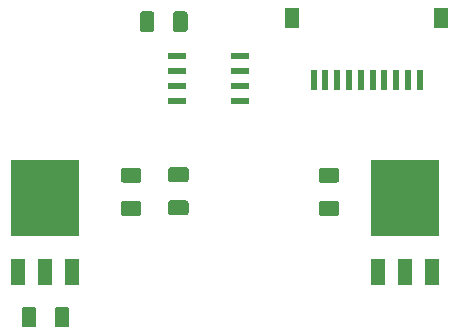
<source format=gbr>
G04 #@! TF.GenerationSoftware,KiCad,Pcbnew,(5.0.2)-1*
G04 #@! TF.CreationDate,2019-01-12T16:11:02-05:00*
G04 #@! TF.ProjectId,megadesk,6d656761-6465-4736-9b2e-6b696361645f,rev?*
G04 #@! TF.SameCoordinates,Original*
G04 #@! TF.FileFunction,Paste,Top*
G04 #@! TF.FilePolarity,Positive*
%FSLAX46Y46*%
G04 Gerber Fmt 4.6, Leading zero omitted, Abs format (unit mm)*
G04 Created by KiCad (PCBNEW (5.0.2)-1) date 2019-01-12 4:11:02 PM*
%MOMM*%
%LPD*%
G01*
G04 APERTURE LIST*
%ADD10R,0.600000X1.700000*%
%ADD11R,1.200000X1.800000*%
%ADD12R,1.200000X2.200000*%
%ADD13R,5.800000X6.400000*%
%ADD14R,1.550000X0.600000*%
%ADD15C,0.100000*%
%ADD16C,1.250000*%
G04 APERTURE END LIST*
D10*
G04 #@! TO.C,J2*
X135400000Y-111550000D03*
X134400000Y-111550000D03*
X133400000Y-111550000D03*
X132400000Y-111550000D03*
X131400000Y-111550000D03*
X130400000Y-111550000D03*
X129400000Y-111550000D03*
X128400000Y-111550000D03*
X127400000Y-111550000D03*
X126400000Y-111550000D03*
D11*
X137200000Y-106300000D03*
X124600000Y-106300000D03*
G04 #@! TD*
D12*
G04 #@! TO.C,U2*
X131895000Y-127825000D03*
X134175000Y-127825000D03*
X136455000Y-127825000D03*
D13*
X134175000Y-121525000D03*
G04 #@! TD*
D12*
G04 #@! TO.C,U1*
X101395000Y-127825000D03*
X103675000Y-127825000D03*
X105955000Y-127825000D03*
D13*
X103675000Y-121525000D03*
G04 #@! TD*
D14*
G04 #@! TO.C,U4*
X120200000Y-113305000D03*
X120200000Y-112035000D03*
X120200000Y-110765000D03*
X120200000Y-109495000D03*
X114800000Y-109495000D03*
X114800000Y-110765000D03*
X114800000Y-112035000D03*
X114800000Y-113305000D03*
G04 #@! TD*
D15*
G04 #@! TO.C,C2*
G36*
X111599504Y-118976204D02*
X111623773Y-118979804D01*
X111647571Y-118985765D01*
X111670671Y-118994030D01*
X111692849Y-119004520D01*
X111713893Y-119017133D01*
X111733598Y-119031747D01*
X111751777Y-119048223D01*
X111768253Y-119066402D01*
X111782867Y-119086107D01*
X111795480Y-119107151D01*
X111805970Y-119129329D01*
X111814235Y-119152429D01*
X111820196Y-119176227D01*
X111823796Y-119200496D01*
X111825000Y-119225000D01*
X111825000Y-119975000D01*
X111823796Y-119999504D01*
X111820196Y-120023773D01*
X111814235Y-120047571D01*
X111805970Y-120070671D01*
X111795480Y-120092849D01*
X111782867Y-120113893D01*
X111768253Y-120133598D01*
X111751777Y-120151777D01*
X111733598Y-120168253D01*
X111713893Y-120182867D01*
X111692849Y-120195480D01*
X111670671Y-120205970D01*
X111647571Y-120214235D01*
X111623773Y-120220196D01*
X111599504Y-120223796D01*
X111575000Y-120225000D01*
X110325000Y-120225000D01*
X110300496Y-120223796D01*
X110276227Y-120220196D01*
X110252429Y-120214235D01*
X110229329Y-120205970D01*
X110207151Y-120195480D01*
X110186107Y-120182867D01*
X110166402Y-120168253D01*
X110148223Y-120151777D01*
X110131747Y-120133598D01*
X110117133Y-120113893D01*
X110104520Y-120092849D01*
X110094030Y-120070671D01*
X110085765Y-120047571D01*
X110079804Y-120023773D01*
X110076204Y-119999504D01*
X110075000Y-119975000D01*
X110075000Y-119225000D01*
X110076204Y-119200496D01*
X110079804Y-119176227D01*
X110085765Y-119152429D01*
X110094030Y-119129329D01*
X110104520Y-119107151D01*
X110117133Y-119086107D01*
X110131747Y-119066402D01*
X110148223Y-119048223D01*
X110166402Y-119031747D01*
X110186107Y-119017133D01*
X110207151Y-119004520D01*
X110229329Y-118994030D01*
X110252429Y-118985765D01*
X110276227Y-118979804D01*
X110300496Y-118976204D01*
X110325000Y-118975000D01*
X111575000Y-118975000D01*
X111599504Y-118976204D01*
X111599504Y-118976204D01*
G37*
D16*
X110950000Y-119600000D03*
D15*
G36*
X111599504Y-121776204D02*
X111623773Y-121779804D01*
X111647571Y-121785765D01*
X111670671Y-121794030D01*
X111692849Y-121804520D01*
X111713893Y-121817133D01*
X111733598Y-121831747D01*
X111751777Y-121848223D01*
X111768253Y-121866402D01*
X111782867Y-121886107D01*
X111795480Y-121907151D01*
X111805970Y-121929329D01*
X111814235Y-121952429D01*
X111820196Y-121976227D01*
X111823796Y-122000496D01*
X111825000Y-122025000D01*
X111825000Y-122775000D01*
X111823796Y-122799504D01*
X111820196Y-122823773D01*
X111814235Y-122847571D01*
X111805970Y-122870671D01*
X111795480Y-122892849D01*
X111782867Y-122913893D01*
X111768253Y-122933598D01*
X111751777Y-122951777D01*
X111733598Y-122968253D01*
X111713893Y-122982867D01*
X111692849Y-122995480D01*
X111670671Y-123005970D01*
X111647571Y-123014235D01*
X111623773Y-123020196D01*
X111599504Y-123023796D01*
X111575000Y-123025000D01*
X110325000Y-123025000D01*
X110300496Y-123023796D01*
X110276227Y-123020196D01*
X110252429Y-123014235D01*
X110229329Y-123005970D01*
X110207151Y-122995480D01*
X110186107Y-122982867D01*
X110166402Y-122968253D01*
X110148223Y-122951777D01*
X110131747Y-122933598D01*
X110117133Y-122913893D01*
X110104520Y-122892849D01*
X110094030Y-122870671D01*
X110085765Y-122847571D01*
X110079804Y-122823773D01*
X110076204Y-122799504D01*
X110075000Y-122775000D01*
X110075000Y-122025000D01*
X110076204Y-122000496D01*
X110079804Y-121976227D01*
X110085765Y-121952429D01*
X110094030Y-121929329D01*
X110104520Y-121907151D01*
X110117133Y-121886107D01*
X110131747Y-121866402D01*
X110148223Y-121848223D01*
X110166402Y-121831747D01*
X110186107Y-121817133D01*
X110207151Y-121804520D01*
X110229329Y-121794030D01*
X110252429Y-121785765D01*
X110276227Y-121779804D01*
X110300496Y-121776204D01*
X110325000Y-121775000D01*
X111575000Y-121775000D01*
X111599504Y-121776204D01*
X111599504Y-121776204D01*
G37*
D16*
X110950000Y-122400000D03*
G04 #@! TD*
D15*
G04 #@! TO.C,C3*
G36*
X115599504Y-121726204D02*
X115623773Y-121729804D01*
X115647571Y-121735765D01*
X115670671Y-121744030D01*
X115692849Y-121754520D01*
X115713893Y-121767133D01*
X115733598Y-121781747D01*
X115751777Y-121798223D01*
X115768253Y-121816402D01*
X115782867Y-121836107D01*
X115795480Y-121857151D01*
X115805970Y-121879329D01*
X115814235Y-121902429D01*
X115820196Y-121926227D01*
X115823796Y-121950496D01*
X115825000Y-121975000D01*
X115825000Y-122725000D01*
X115823796Y-122749504D01*
X115820196Y-122773773D01*
X115814235Y-122797571D01*
X115805970Y-122820671D01*
X115795480Y-122842849D01*
X115782867Y-122863893D01*
X115768253Y-122883598D01*
X115751777Y-122901777D01*
X115733598Y-122918253D01*
X115713893Y-122932867D01*
X115692849Y-122945480D01*
X115670671Y-122955970D01*
X115647571Y-122964235D01*
X115623773Y-122970196D01*
X115599504Y-122973796D01*
X115575000Y-122975000D01*
X114325000Y-122975000D01*
X114300496Y-122973796D01*
X114276227Y-122970196D01*
X114252429Y-122964235D01*
X114229329Y-122955970D01*
X114207151Y-122945480D01*
X114186107Y-122932867D01*
X114166402Y-122918253D01*
X114148223Y-122901777D01*
X114131747Y-122883598D01*
X114117133Y-122863893D01*
X114104520Y-122842849D01*
X114094030Y-122820671D01*
X114085765Y-122797571D01*
X114079804Y-122773773D01*
X114076204Y-122749504D01*
X114075000Y-122725000D01*
X114075000Y-121975000D01*
X114076204Y-121950496D01*
X114079804Y-121926227D01*
X114085765Y-121902429D01*
X114094030Y-121879329D01*
X114104520Y-121857151D01*
X114117133Y-121836107D01*
X114131747Y-121816402D01*
X114148223Y-121798223D01*
X114166402Y-121781747D01*
X114186107Y-121767133D01*
X114207151Y-121754520D01*
X114229329Y-121744030D01*
X114252429Y-121735765D01*
X114276227Y-121729804D01*
X114300496Y-121726204D01*
X114325000Y-121725000D01*
X115575000Y-121725000D01*
X115599504Y-121726204D01*
X115599504Y-121726204D01*
G37*
D16*
X114950000Y-122350000D03*
D15*
G36*
X115599504Y-118926204D02*
X115623773Y-118929804D01*
X115647571Y-118935765D01*
X115670671Y-118944030D01*
X115692849Y-118954520D01*
X115713893Y-118967133D01*
X115733598Y-118981747D01*
X115751777Y-118998223D01*
X115768253Y-119016402D01*
X115782867Y-119036107D01*
X115795480Y-119057151D01*
X115805970Y-119079329D01*
X115814235Y-119102429D01*
X115820196Y-119126227D01*
X115823796Y-119150496D01*
X115825000Y-119175000D01*
X115825000Y-119925000D01*
X115823796Y-119949504D01*
X115820196Y-119973773D01*
X115814235Y-119997571D01*
X115805970Y-120020671D01*
X115795480Y-120042849D01*
X115782867Y-120063893D01*
X115768253Y-120083598D01*
X115751777Y-120101777D01*
X115733598Y-120118253D01*
X115713893Y-120132867D01*
X115692849Y-120145480D01*
X115670671Y-120155970D01*
X115647571Y-120164235D01*
X115623773Y-120170196D01*
X115599504Y-120173796D01*
X115575000Y-120175000D01*
X114325000Y-120175000D01*
X114300496Y-120173796D01*
X114276227Y-120170196D01*
X114252429Y-120164235D01*
X114229329Y-120155970D01*
X114207151Y-120145480D01*
X114186107Y-120132867D01*
X114166402Y-120118253D01*
X114148223Y-120101777D01*
X114131747Y-120083598D01*
X114117133Y-120063893D01*
X114104520Y-120042849D01*
X114094030Y-120020671D01*
X114085765Y-119997571D01*
X114079804Y-119973773D01*
X114076204Y-119949504D01*
X114075000Y-119925000D01*
X114075000Y-119175000D01*
X114076204Y-119150496D01*
X114079804Y-119126227D01*
X114085765Y-119102429D01*
X114094030Y-119079329D01*
X114104520Y-119057151D01*
X114117133Y-119036107D01*
X114131747Y-119016402D01*
X114148223Y-118998223D01*
X114166402Y-118981747D01*
X114186107Y-118967133D01*
X114207151Y-118954520D01*
X114229329Y-118944030D01*
X114252429Y-118935765D01*
X114276227Y-118929804D01*
X114300496Y-118926204D01*
X114325000Y-118925000D01*
X115575000Y-118925000D01*
X115599504Y-118926204D01*
X115599504Y-118926204D01*
G37*
D16*
X114950000Y-119550000D03*
G04 #@! TD*
D15*
G04 #@! TO.C,C4*
G36*
X105499504Y-130726204D02*
X105523773Y-130729804D01*
X105547571Y-130735765D01*
X105570671Y-130744030D01*
X105592849Y-130754520D01*
X105613893Y-130767133D01*
X105633598Y-130781747D01*
X105651777Y-130798223D01*
X105668253Y-130816402D01*
X105682867Y-130836107D01*
X105695480Y-130857151D01*
X105705970Y-130879329D01*
X105714235Y-130902429D01*
X105720196Y-130926227D01*
X105723796Y-130950496D01*
X105725000Y-130975000D01*
X105725000Y-132225000D01*
X105723796Y-132249504D01*
X105720196Y-132273773D01*
X105714235Y-132297571D01*
X105705970Y-132320671D01*
X105695480Y-132342849D01*
X105682867Y-132363893D01*
X105668253Y-132383598D01*
X105651777Y-132401777D01*
X105633598Y-132418253D01*
X105613893Y-132432867D01*
X105592849Y-132445480D01*
X105570671Y-132455970D01*
X105547571Y-132464235D01*
X105523773Y-132470196D01*
X105499504Y-132473796D01*
X105475000Y-132475000D01*
X104725000Y-132475000D01*
X104700496Y-132473796D01*
X104676227Y-132470196D01*
X104652429Y-132464235D01*
X104629329Y-132455970D01*
X104607151Y-132445480D01*
X104586107Y-132432867D01*
X104566402Y-132418253D01*
X104548223Y-132401777D01*
X104531747Y-132383598D01*
X104517133Y-132363893D01*
X104504520Y-132342849D01*
X104494030Y-132320671D01*
X104485765Y-132297571D01*
X104479804Y-132273773D01*
X104476204Y-132249504D01*
X104475000Y-132225000D01*
X104475000Y-130975000D01*
X104476204Y-130950496D01*
X104479804Y-130926227D01*
X104485765Y-130902429D01*
X104494030Y-130879329D01*
X104504520Y-130857151D01*
X104517133Y-130836107D01*
X104531747Y-130816402D01*
X104548223Y-130798223D01*
X104566402Y-130781747D01*
X104586107Y-130767133D01*
X104607151Y-130754520D01*
X104629329Y-130744030D01*
X104652429Y-130735765D01*
X104676227Y-130729804D01*
X104700496Y-130726204D01*
X104725000Y-130725000D01*
X105475000Y-130725000D01*
X105499504Y-130726204D01*
X105499504Y-130726204D01*
G37*
D16*
X105100000Y-131600000D03*
D15*
G36*
X102699504Y-130726204D02*
X102723773Y-130729804D01*
X102747571Y-130735765D01*
X102770671Y-130744030D01*
X102792849Y-130754520D01*
X102813893Y-130767133D01*
X102833598Y-130781747D01*
X102851777Y-130798223D01*
X102868253Y-130816402D01*
X102882867Y-130836107D01*
X102895480Y-130857151D01*
X102905970Y-130879329D01*
X102914235Y-130902429D01*
X102920196Y-130926227D01*
X102923796Y-130950496D01*
X102925000Y-130975000D01*
X102925000Y-132225000D01*
X102923796Y-132249504D01*
X102920196Y-132273773D01*
X102914235Y-132297571D01*
X102905970Y-132320671D01*
X102895480Y-132342849D01*
X102882867Y-132363893D01*
X102868253Y-132383598D01*
X102851777Y-132401777D01*
X102833598Y-132418253D01*
X102813893Y-132432867D01*
X102792849Y-132445480D01*
X102770671Y-132455970D01*
X102747571Y-132464235D01*
X102723773Y-132470196D01*
X102699504Y-132473796D01*
X102675000Y-132475000D01*
X101925000Y-132475000D01*
X101900496Y-132473796D01*
X101876227Y-132470196D01*
X101852429Y-132464235D01*
X101829329Y-132455970D01*
X101807151Y-132445480D01*
X101786107Y-132432867D01*
X101766402Y-132418253D01*
X101748223Y-132401777D01*
X101731747Y-132383598D01*
X101717133Y-132363893D01*
X101704520Y-132342849D01*
X101694030Y-132320671D01*
X101685765Y-132297571D01*
X101679804Y-132273773D01*
X101676204Y-132249504D01*
X101675000Y-132225000D01*
X101675000Y-130975000D01*
X101676204Y-130950496D01*
X101679804Y-130926227D01*
X101685765Y-130902429D01*
X101694030Y-130879329D01*
X101704520Y-130857151D01*
X101717133Y-130836107D01*
X101731747Y-130816402D01*
X101748223Y-130798223D01*
X101766402Y-130781747D01*
X101786107Y-130767133D01*
X101807151Y-130754520D01*
X101829329Y-130744030D01*
X101852429Y-130735765D01*
X101876227Y-130729804D01*
X101900496Y-130726204D01*
X101925000Y-130725000D01*
X102675000Y-130725000D01*
X102699504Y-130726204D01*
X102699504Y-130726204D01*
G37*
D16*
X102300000Y-131600000D03*
G04 #@! TD*
D15*
G04 #@! TO.C,C5*
G36*
X128349504Y-118976204D02*
X128373773Y-118979804D01*
X128397571Y-118985765D01*
X128420671Y-118994030D01*
X128442849Y-119004520D01*
X128463893Y-119017133D01*
X128483598Y-119031747D01*
X128501777Y-119048223D01*
X128518253Y-119066402D01*
X128532867Y-119086107D01*
X128545480Y-119107151D01*
X128555970Y-119129329D01*
X128564235Y-119152429D01*
X128570196Y-119176227D01*
X128573796Y-119200496D01*
X128575000Y-119225000D01*
X128575000Y-119975000D01*
X128573796Y-119999504D01*
X128570196Y-120023773D01*
X128564235Y-120047571D01*
X128555970Y-120070671D01*
X128545480Y-120092849D01*
X128532867Y-120113893D01*
X128518253Y-120133598D01*
X128501777Y-120151777D01*
X128483598Y-120168253D01*
X128463893Y-120182867D01*
X128442849Y-120195480D01*
X128420671Y-120205970D01*
X128397571Y-120214235D01*
X128373773Y-120220196D01*
X128349504Y-120223796D01*
X128325000Y-120225000D01*
X127075000Y-120225000D01*
X127050496Y-120223796D01*
X127026227Y-120220196D01*
X127002429Y-120214235D01*
X126979329Y-120205970D01*
X126957151Y-120195480D01*
X126936107Y-120182867D01*
X126916402Y-120168253D01*
X126898223Y-120151777D01*
X126881747Y-120133598D01*
X126867133Y-120113893D01*
X126854520Y-120092849D01*
X126844030Y-120070671D01*
X126835765Y-120047571D01*
X126829804Y-120023773D01*
X126826204Y-119999504D01*
X126825000Y-119975000D01*
X126825000Y-119225000D01*
X126826204Y-119200496D01*
X126829804Y-119176227D01*
X126835765Y-119152429D01*
X126844030Y-119129329D01*
X126854520Y-119107151D01*
X126867133Y-119086107D01*
X126881747Y-119066402D01*
X126898223Y-119048223D01*
X126916402Y-119031747D01*
X126936107Y-119017133D01*
X126957151Y-119004520D01*
X126979329Y-118994030D01*
X127002429Y-118985765D01*
X127026227Y-118979804D01*
X127050496Y-118976204D01*
X127075000Y-118975000D01*
X128325000Y-118975000D01*
X128349504Y-118976204D01*
X128349504Y-118976204D01*
G37*
D16*
X127700000Y-119600000D03*
D15*
G36*
X128349504Y-121776204D02*
X128373773Y-121779804D01*
X128397571Y-121785765D01*
X128420671Y-121794030D01*
X128442849Y-121804520D01*
X128463893Y-121817133D01*
X128483598Y-121831747D01*
X128501777Y-121848223D01*
X128518253Y-121866402D01*
X128532867Y-121886107D01*
X128545480Y-121907151D01*
X128555970Y-121929329D01*
X128564235Y-121952429D01*
X128570196Y-121976227D01*
X128573796Y-122000496D01*
X128575000Y-122025000D01*
X128575000Y-122775000D01*
X128573796Y-122799504D01*
X128570196Y-122823773D01*
X128564235Y-122847571D01*
X128555970Y-122870671D01*
X128545480Y-122892849D01*
X128532867Y-122913893D01*
X128518253Y-122933598D01*
X128501777Y-122951777D01*
X128483598Y-122968253D01*
X128463893Y-122982867D01*
X128442849Y-122995480D01*
X128420671Y-123005970D01*
X128397571Y-123014235D01*
X128373773Y-123020196D01*
X128349504Y-123023796D01*
X128325000Y-123025000D01*
X127075000Y-123025000D01*
X127050496Y-123023796D01*
X127026227Y-123020196D01*
X127002429Y-123014235D01*
X126979329Y-123005970D01*
X126957151Y-122995480D01*
X126936107Y-122982867D01*
X126916402Y-122968253D01*
X126898223Y-122951777D01*
X126881747Y-122933598D01*
X126867133Y-122913893D01*
X126854520Y-122892849D01*
X126844030Y-122870671D01*
X126835765Y-122847571D01*
X126829804Y-122823773D01*
X126826204Y-122799504D01*
X126825000Y-122775000D01*
X126825000Y-122025000D01*
X126826204Y-122000496D01*
X126829804Y-121976227D01*
X126835765Y-121952429D01*
X126844030Y-121929329D01*
X126854520Y-121907151D01*
X126867133Y-121886107D01*
X126881747Y-121866402D01*
X126898223Y-121848223D01*
X126916402Y-121831747D01*
X126936107Y-121817133D01*
X126957151Y-121804520D01*
X126979329Y-121794030D01*
X127002429Y-121785765D01*
X127026227Y-121779804D01*
X127050496Y-121776204D01*
X127075000Y-121775000D01*
X128325000Y-121775000D01*
X128349504Y-121776204D01*
X128349504Y-121776204D01*
G37*
D16*
X127700000Y-122400000D03*
G04 #@! TD*
D15*
G04 #@! TO.C,R5*
G36*
X112699504Y-105726204D02*
X112723773Y-105729804D01*
X112747571Y-105735765D01*
X112770671Y-105744030D01*
X112792849Y-105754520D01*
X112813893Y-105767133D01*
X112833598Y-105781747D01*
X112851777Y-105798223D01*
X112868253Y-105816402D01*
X112882867Y-105836107D01*
X112895480Y-105857151D01*
X112905970Y-105879329D01*
X112914235Y-105902429D01*
X112920196Y-105926227D01*
X112923796Y-105950496D01*
X112925000Y-105975000D01*
X112925000Y-107225000D01*
X112923796Y-107249504D01*
X112920196Y-107273773D01*
X112914235Y-107297571D01*
X112905970Y-107320671D01*
X112895480Y-107342849D01*
X112882867Y-107363893D01*
X112868253Y-107383598D01*
X112851777Y-107401777D01*
X112833598Y-107418253D01*
X112813893Y-107432867D01*
X112792849Y-107445480D01*
X112770671Y-107455970D01*
X112747571Y-107464235D01*
X112723773Y-107470196D01*
X112699504Y-107473796D01*
X112675000Y-107475000D01*
X111925000Y-107475000D01*
X111900496Y-107473796D01*
X111876227Y-107470196D01*
X111852429Y-107464235D01*
X111829329Y-107455970D01*
X111807151Y-107445480D01*
X111786107Y-107432867D01*
X111766402Y-107418253D01*
X111748223Y-107401777D01*
X111731747Y-107383598D01*
X111717133Y-107363893D01*
X111704520Y-107342849D01*
X111694030Y-107320671D01*
X111685765Y-107297571D01*
X111679804Y-107273773D01*
X111676204Y-107249504D01*
X111675000Y-107225000D01*
X111675000Y-105975000D01*
X111676204Y-105950496D01*
X111679804Y-105926227D01*
X111685765Y-105902429D01*
X111694030Y-105879329D01*
X111704520Y-105857151D01*
X111717133Y-105836107D01*
X111731747Y-105816402D01*
X111748223Y-105798223D01*
X111766402Y-105781747D01*
X111786107Y-105767133D01*
X111807151Y-105754520D01*
X111829329Y-105744030D01*
X111852429Y-105735765D01*
X111876227Y-105729804D01*
X111900496Y-105726204D01*
X111925000Y-105725000D01*
X112675000Y-105725000D01*
X112699504Y-105726204D01*
X112699504Y-105726204D01*
G37*
D16*
X112300000Y-106600000D03*
D15*
G36*
X115499504Y-105726204D02*
X115523773Y-105729804D01*
X115547571Y-105735765D01*
X115570671Y-105744030D01*
X115592849Y-105754520D01*
X115613893Y-105767133D01*
X115633598Y-105781747D01*
X115651777Y-105798223D01*
X115668253Y-105816402D01*
X115682867Y-105836107D01*
X115695480Y-105857151D01*
X115705970Y-105879329D01*
X115714235Y-105902429D01*
X115720196Y-105926227D01*
X115723796Y-105950496D01*
X115725000Y-105975000D01*
X115725000Y-107225000D01*
X115723796Y-107249504D01*
X115720196Y-107273773D01*
X115714235Y-107297571D01*
X115705970Y-107320671D01*
X115695480Y-107342849D01*
X115682867Y-107363893D01*
X115668253Y-107383598D01*
X115651777Y-107401777D01*
X115633598Y-107418253D01*
X115613893Y-107432867D01*
X115592849Y-107445480D01*
X115570671Y-107455970D01*
X115547571Y-107464235D01*
X115523773Y-107470196D01*
X115499504Y-107473796D01*
X115475000Y-107475000D01*
X114725000Y-107475000D01*
X114700496Y-107473796D01*
X114676227Y-107470196D01*
X114652429Y-107464235D01*
X114629329Y-107455970D01*
X114607151Y-107445480D01*
X114586107Y-107432867D01*
X114566402Y-107418253D01*
X114548223Y-107401777D01*
X114531747Y-107383598D01*
X114517133Y-107363893D01*
X114504520Y-107342849D01*
X114494030Y-107320671D01*
X114485765Y-107297571D01*
X114479804Y-107273773D01*
X114476204Y-107249504D01*
X114475000Y-107225000D01*
X114475000Y-105975000D01*
X114476204Y-105950496D01*
X114479804Y-105926227D01*
X114485765Y-105902429D01*
X114494030Y-105879329D01*
X114504520Y-105857151D01*
X114517133Y-105836107D01*
X114531747Y-105816402D01*
X114548223Y-105798223D01*
X114566402Y-105781747D01*
X114586107Y-105767133D01*
X114607151Y-105754520D01*
X114629329Y-105744030D01*
X114652429Y-105735765D01*
X114676227Y-105729804D01*
X114700496Y-105726204D01*
X114725000Y-105725000D01*
X115475000Y-105725000D01*
X115499504Y-105726204D01*
X115499504Y-105726204D01*
G37*
D16*
X115100000Y-106600000D03*
G04 #@! TD*
M02*

</source>
